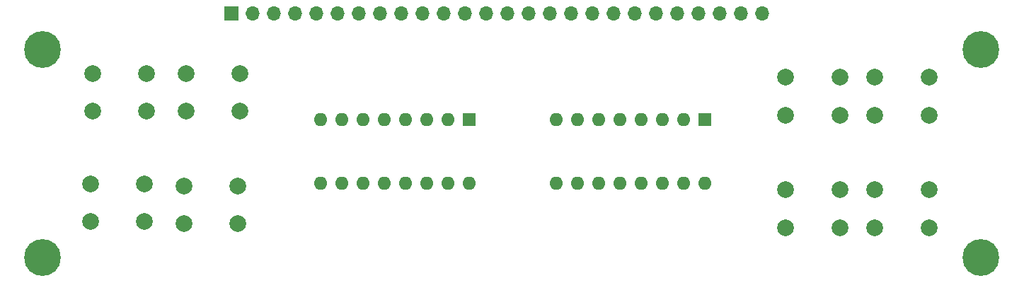
<source format=gbr>
%TF.GenerationSoftware,KiCad,Pcbnew,(5.1.9-0-10_14)*%
%TF.CreationDate,2021-07-06T13:22:30-04:00*%
%TF.ProjectId,prototyping-board,70726f74-6f74-4797-9069-6e672d626f61,rev?*%
%TF.SameCoordinates,Original*%
%TF.FileFunction,Soldermask,Bot*%
%TF.FilePolarity,Negative*%
%FSLAX46Y46*%
G04 Gerber Fmt 4.6, Leading zero omitted, Abs format (unit mm)*
G04 Created by KiCad (PCBNEW (5.1.9-0-10_14)) date 2021-07-06 13:22:30*
%MOMM*%
%LPD*%
G01*
G04 APERTURE LIST*
%ADD10C,4.400000*%
%ADD11C,0.700000*%
%ADD12O,1.600000X1.600000*%
%ADD13R,1.600000X1.600000*%
%ADD14O,1.700000X1.700000*%
%ADD15R,1.700000X1.700000*%
%ADD16C,2.000000*%
G04 APERTURE END LIST*
D10*
%TO.C,REF\u002A\u002A*%
X43434000Y-126746000D03*
D11*
X45084000Y-126746000D03*
X44600726Y-127912726D03*
X43434000Y-128396000D03*
X42267274Y-127912726D03*
X41784000Y-126746000D03*
X42267274Y-125579274D03*
X43434000Y-125096000D03*
X44600726Y-125579274D03*
%TD*%
%TO.C,REF\u002A\u002A*%
X44600726Y-100687274D03*
X43434000Y-100204000D03*
X42267274Y-100687274D03*
X41784000Y-101854000D03*
X42267274Y-103020726D03*
X43434000Y-103504000D03*
X44600726Y-103020726D03*
X45084000Y-101854000D03*
D10*
X43434000Y-101854000D03*
%TD*%
D11*
%TO.C,REF\u002A\u002A*%
X156868726Y-125579274D03*
X155702000Y-125096000D03*
X154535274Y-125579274D03*
X154052000Y-126746000D03*
X154535274Y-127912726D03*
X155702000Y-128396000D03*
X156868726Y-127912726D03*
X157352000Y-126746000D03*
D10*
X155702000Y-126746000D03*
%TD*%
D12*
%TO.C,SW8*%
X122682000Y-117856000D03*
X104902000Y-110236000D03*
X120142000Y-117856000D03*
X107442000Y-110236000D03*
X117602000Y-117856000D03*
X109982000Y-110236000D03*
X115062000Y-117856000D03*
X112522000Y-110236000D03*
X112522000Y-117856000D03*
X115062000Y-110236000D03*
X109982000Y-117856000D03*
X117602000Y-110236000D03*
X107442000Y-117856000D03*
X120142000Y-110236000D03*
X104902000Y-117856000D03*
D13*
X122682000Y-110236000D03*
%TD*%
D10*
%TO.C,REF\u002A\u002A*%
X155702000Y-101854000D03*
D11*
X157352000Y-101854000D03*
X156868726Y-103020726D03*
X155702000Y-103504000D03*
X154535274Y-103020726D03*
X154052000Y-101854000D03*
X154535274Y-100687274D03*
X155702000Y-100204000D03*
X156868726Y-100687274D03*
%TD*%
D14*
%TO.C,J1*%
X129540000Y-97536000D03*
X127000000Y-97536000D03*
X124460000Y-97536000D03*
X121920000Y-97536000D03*
X119380000Y-97536000D03*
X116840000Y-97536000D03*
X114300000Y-97536000D03*
X111760000Y-97536000D03*
X109220000Y-97536000D03*
X106680000Y-97536000D03*
X104140000Y-97536000D03*
X101600000Y-97536000D03*
X99060000Y-97536000D03*
X96520000Y-97536000D03*
X93980000Y-97536000D03*
X91440000Y-97536000D03*
X88900000Y-97536000D03*
X86360000Y-97536000D03*
X83820000Y-97536000D03*
X81280000Y-97536000D03*
X78740000Y-97536000D03*
X76200000Y-97536000D03*
X73660000Y-97536000D03*
X71120000Y-97536000D03*
X68580000Y-97536000D03*
D15*
X66040000Y-97536000D03*
%TD*%
D16*
%TO.C,SW10*%
X149502000Y-118618000D03*
X149502000Y-123118000D03*
X143002000Y-118618000D03*
X143002000Y-123118000D03*
%TD*%
%TO.C,SW9*%
X138834000Y-118618000D03*
X138834000Y-123118000D03*
X132334000Y-118618000D03*
X132334000Y-123118000D03*
%TD*%
%TO.C,SW6*%
X149502000Y-105156000D03*
X149502000Y-109656000D03*
X143002000Y-105156000D03*
X143002000Y-109656000D03*
%TD*%
%TO.C,SW5*%
X138834000Y-105156000D03*
X138834000Y-109656000D03*
X132334000Y-105156000D03*
X132334000Y-109656000D03*
%TD*%
%TO.C,SW4*%
X49380000Y-109220000D03*
X49380000Y-104720000D03*
X55880000Y-109220000D03*
X55880000Y-104720000D03*
%TD*%
%TO.C,SW3*%
X49126000Y-122428000D03*
X49126000Y-117928000D03*
X55626000Y-122428000D03*
X55626000Y-117928000D03*
%TD*%
%TO.C,SW2*%
X60556000Y-109220000D03*
X60556000Y-104720000D03*
X67056000Y-109220000D03*
X67056000Y-104720000D03*
%TD*%
%TO.C,SW1*%
X60302000Y-122682000D03*
X60302000Y-118182000D03*
X66802000Y-122682000D03*
X66802000Y-118182000D03*
%TD*%
D12*
%TO.C,SW7*%
X94488000Y-117856000D03*
X76708000Y-110236000D03*
X91948000Y-117856000D03*
X79248000Y-110236000D03*
X89408000Y-117856000D03*
X81788000Y-110236000D03*
X86868000Y-117856000D03*
X84328000Y-110236000D03*
X84328000Y-117856000D03*
X86868000Y-110236000D03*
X81788000Y-117856000D03*
X89408000Y-110236000D03*
X79248000Y-117856000D03*
X91948000Y-110236000D03*
X76708000Y-117856000D03*
D13*
X94488000Y-110236000D03*
%TD*%
M02*

</source>
